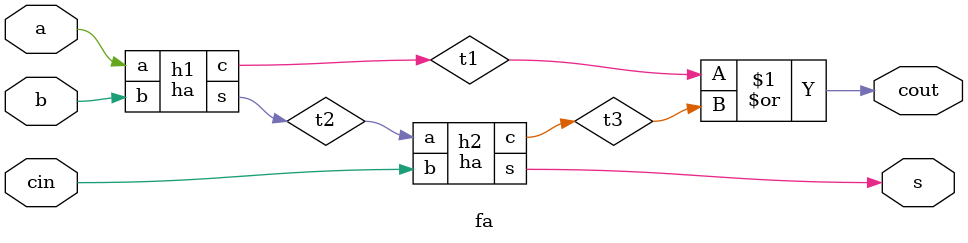
<source format=v>
`timescale 1ns / 1ps

module ha(
    input a, b,
    output s, c
);
    assign s = a & b;
    assign c = a ^ b;
endmodule

//////////////////////////////////////

module fa(
    input a, b, cin,
    output s, cout
);
    wire t1, t2, t3;
    ha h1(a, b, t2, t1);
    ha h2(t2, cin, s, t3);
    assign cout = t1 | t3;
endmodule

</source>
